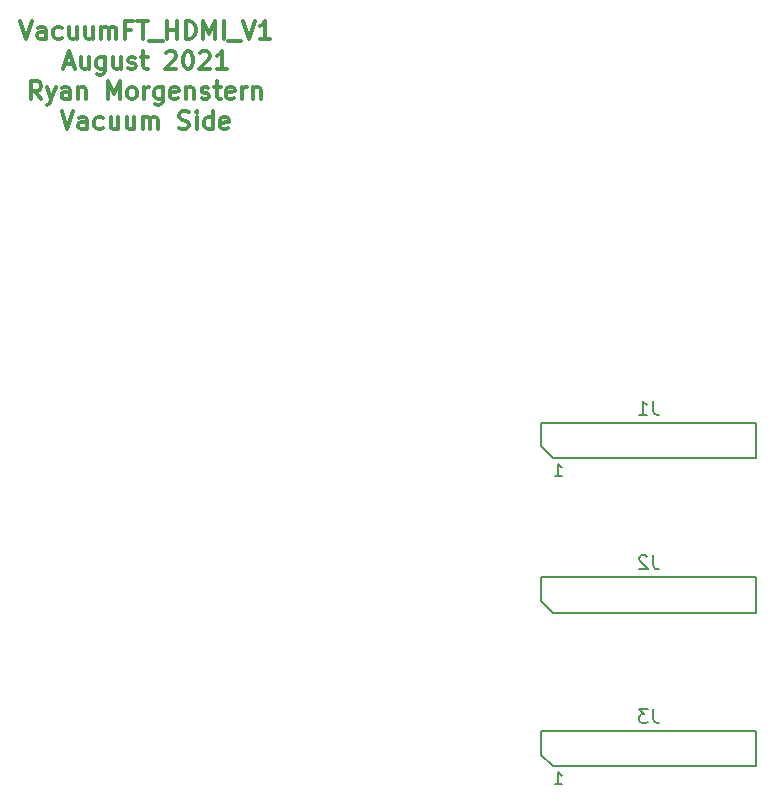
<source format=gbr>
%TF.GenerationSoftware,KiCad,Pcbnew,(5.1.9)-1*%
%TF.CreationDate,2021-08-06T17:39:50-06:00*%
%TF.ProjectId,VacuumFeedThruHDMI,56616375-756d-4466-9565-645468727548,rev?*%
%TF.SameCoordinates,Original*%
%TF.FileFunction,Legend,Bot*%
%TF.FilePolarity,Positive*%
%FSLAX46Y46*%
G04 Gerber Fmt 4.6, Leading zero omitted, Abs format (unit mm)*
G04 Created by KiCad (PCBNEW (5.1.9)-1) date 2021-08-06 17:39:50*
%MOMM*%
%LPD*%
G01*
G04 APERTURE LIST*
%ADD10C,0.300000*%
%ADD11C,0.150000*%
G04 APERTURE END LIST*
D10*
X-53192857Y48046428D02*
X-52692857Y46546428D01*
X-52192857Y48046428D01*
X-51050000Y46546428D02*
X-51050000Y47332142D01*
X-51121428Y47475000D01*
X-51264285Y47546428D01*
X-51550000Y47546428D01*
X-51692857Y47475000D01*
X-51050000Y46617857D02*
X-51192857Y46546428D01*
X-51550000Y46546428D01*
X-51692857Y46617857D01*
X-51764285Y46760714D01*
X-51764285Y46903571D01*
X-51692857Y47046428D01*
X-51550000Y47117857D01*
X-51192857Y47117857D01*
X-51050000Y47189285D01*
X-49692857Y46617857D02*
X-49835714Y46546428D01*
X-50121428Y46546428D01*
X-50264285Y46617857D01*
X-50335714Y46689285D01*
X-50407142Y46832142D01*
X-50407142Y47260714D01*
X-50335714Y47403571D01*
X-50264285Y47475000D01*
X-50121428Y47546428D01*
X-49835714Y47546428D01*
X-49692857Y47475000D01*
X-48407142Y47546428D02*
X-48407142Y46546428D01*
X-49050000Y47546428D02*
X-49050000Y46760714D01*
X-48978571Y46617857D01*
X-48835714Y46546428D01*
X-48621428Y46546428D01*
X-48478571Y46617857D01*
X-48407142Y46689285D01*
X-47050000Y47546428D02*
X-47050000Y46546428D01*
X-47692857Y47546428D02*
X-47692857Y46760714D01*
X-47621428Y46617857D01*
X-47478571Y46546428D01*
X-47264285Y46546428D01*
X-47121428Y46617857D01*
X-47050000Y46689285D01*
X-46335714Y46546428D02*
X-46335714Y47546428D01*
X-46335714Y47403571D02*
X-46264285Y47475000D01*
X-46121428Y47546428D01*
X-45907142Y47546428D01*
X-45764285Y47475000D01*
X-45692857Y47332142D01*
X-45692857Y46546428D01*
X-45692857Y47332142D02*
X-45621428Y47475000D01*
X-45478571Y47546428D01*
X-45264285Y47546428D01*
X-45121428Y47475000D01*
X-45050000Y47332142D01*
X-45050000Y46546428D01*
X-43835714Y47332142D02*
X-44335714Y47332142D01*
X-44335714Y46546428D02*
X-44335714Y48046428D01*
X-43621428Y48046428D01*
X-43264285Y48046428D02*
X-42407142Y48046428D01*
X-42835714Y46546428D02*
X-42835714Y48046428D01*
X-42264285Y46403571D02*
X-41121428Y46403571D01*
X-40764285Y46546428D02*
X-40764285Y48046428D01*
X-40764285Y47332142D02*
X-39907142Y47332142D01*
X-39907142Y46546428D02*
X-39907142Y48046428D01*
X-39192857Y46546428D02*
X-39192857Y48046428D01*
X-38835714Y48046428D01*
X-38621428Y47975000D01*
X-38478571Y47832142D01*
X-38407142Y47689285D01*
X-38335714Y47403571D01*
X-38335714Y47189285D01*
X-38407142Y46903571D01*
X-38478571Y46760714D01*
X-38621428Y46617857D01*
X-38835714Y46546428D01*
X-39192857Y46546428D01*
X-37692857Y46546428D02*
X-37692857Y48046428D01*
X-37192857Y46975000D01*
X-36692857Y48046428D01*
X-36692857Y46546428D01*
X-35978571Y46546428D02*
X-35978571Y48046428D01*
X-35621428Y46403571D02*
X-34478571Y46403571D01*
X-34335714Y48046428D02*
X-33835714Y46546428D01*
X-33335714Y48046428D01*
X-32050000Y46546428D02*
X-32907142Y46546428D01*
X-32478571Y46546428D02*
X-32478571Y48046428D01*
X-32621428Y47832142D01*
X-32764285Y47689285D01*
X-32907142Y47617857D01*
X-49407142Y44425000D02*
X-48692857Y44425000D01*
X-49550000Y43996428D02*
X-49050000Y45496428D01*
X-48550000Y43996428D01*
X-47407142Y44996428D02*
X-47407142Y43996428D01*
X-48050000Y44996428D02*
X-48050000Y44210714D01*
X-47978571Y44067857D01*
X-47835714Y43996428D01*
X-47621428Y43996428D01*
X-47478571Y44067857D01*
X-47407142Y44139285D01*
X-46050000Y44996428D02*
X-46050000Y43782142D01*
X-46121428Y43639285D01*
X-46192857Y43567857D01*
X-46335714Y43496428D01*
X-46550000Y43496428D01*
X-46692857Y43567857D01*
X-46050000Y44067857D02*
X-46192857Y43996428D01*
X-46478571Y43996428D01*
X-46621428Y44067857D01*
X-46692857Y44139285D01*
X-46764285Y44282142D01*
X-46764285Y44710714D01*
X-46692857Y44853571D01*
X-46621428Y44925000D01*
X-46478571Y44996428D01*
X-46192857Y44996428D01*
X-46050000Y44925000D01*
X-44692857Y44996428D02*
X-44692857Y43996428D01*
X-45335714Y44996428D02*
X-45335714Y44210714D01*
X-45264285Y44067857D01*
X-45121428Y43996428D01*
X-44907142Y43996428D01*
X-44764285Y44067857D01*
X-44692857Y44139285D01*
X-44050000Y44067857D02*
X-43907142Y43996428D01*
X-43621428Y43996428D01*
X-43478571Y44067857D01*
X-43407142Y44210714D01*
X-43407142Y44282142D01*
X-43478571Y44425000D01*
X-43621428Y44496428D01*
X-43835714Y44496428D01*
X-43978571Y44567857D01*
X-44050000Y44710714D01*
X-44050000Y44782142D01*
X-43978571Y44925000D01*
X-43835714Y44996428D01*
X-43621428Y44996428D01*
X-43478571Y44925000D01*
X-42978571Y44996428D02*
X-42407142Y44996428D01*
X-42764285Y45496428D02*
X-42764285Y44210714D01*
X-42692857Y44067857D01*
X-42550000Y43996428D01*
X-42407142Y43996428D01*
X-40835714Y45353571D02*
X-40764285Y45425000D01*
X-40621428Y45496428D01*
X-40264285Y45496428D01*
X-40121428Y45425000D01*
X-40050000Y45353571D01*
X-39978571Y45210714D01*
X-39978571Y45067857D01*
X-40050000Y44853571D01*
X-40907142Y43996428D01*
X-39978571Y43996428D01*
X-39050000Y45496428D02*
X-38907142Y45496428D01*
X-38764285Y45425000D01*
X-38692857Y45353571D01*
X-38621428Y45210714D01*
X-38550000Y44925000D01*
X-38550000Y44567857D01*
X-38621428Y44282142D01*
X-38692857Y44139285D01*
X-38764285Y44067857D01*
X-38907142Y43996428D01*
X-39050000Y43996428D01*
X-39192857Y44067857D01*
X-39264285Y44139285D01*
X-39335714Y44282142D01*
X-39407142Y44567857D01*
X-39407142Y44925000D01*
X-39335714Y45210714D01*
X-39264285Y45353571D01*
X-39192857Y45425000D01*
X-39050000Y45496428D01*
X-37978571Y45353571D02*
X-37907142Y45425000D01*
X-37764285Y45496428D01*
X-37407142Y45496428D01*
X-37264285Y45425000D01*
X-37192857Y45353571D01*
X-37121428Y45210714D01*
X-37121428Y45067857D01*
X-37192857Y44853571D01*
X-38050000Y43996428D01*
X-37121428Y43996428D01*
X-35692857Y43996428D02*
X-36550000Y43996428D01*
X-36121428Y43996428D02*
X-36121428Y45496428D01*
X-36264285Y45282142D01*
X-36407142Y45139285D01*
X-36550000Y45067857D01*
X-51407142Y41446428D02*
X-51907142Y42160714D01*
X-52264285Y41446428D02*
X-52264285Y42946428D01*
X-51692857Y42946428D01*
X-51550000Y42875000D01*
X-51478571Y42803571D01*
X-51407142Y42660714D01*
X-51407142Y42446428D01*
X-51478571Y42303571D01*
X-51550000Y42232142D01*
X-51692857Y42160714D01*
X-52264285Y42160714D01*
X-50907142Y42446428D02*
X-50550000Y41446428D01*
X-50192857Y42446428D02*
X-50550000Y41446428D01*
X-50692857Y41089285D01*
X-50764285Y41017857D01*
X-50907142Y40946428D01*
X-48978571Y41446428D02*
X-48978571Y42232142D01*
X-49050000Y42375000D01*
X-49192857Y42446428D01*
X-49478571Y42446428D01*
X-49621428Y42375000D01*
X-48978571Y41517857D02*
X-49121428Y41446428D01*
X-49478571Y41446428D01*
X-49621428Y41517857D01*
X-49692857Y41660714D01*
X-49692857Y41803571D01*
X-49621428Y41946428D01*
X-49478571Y42017857D01*
X-49121428Y42017857D01*
X-48978571Y42089285D01*
X-48264285Y42446428D02*
X-48264285Y41446428D01*
X-48264285Y42303571D02*
X-48192857Y42375000D01*
X-48050000Y42446428D01*
X-47835714Y42446428D01*
X-47692857Y42375000D01*
X-47621428Y42232142D01*
X-47621428Y41446428D01*
X-45764285Y41446428D02*
X-45764285Y42946428D01*
X-45264285Y41875000D01*
X-44764285Y42946428D01*
X-44764285Y41446428D01*
X-43835714Y41446428D02*
X-43978571Y41517857D01*
X-44050000Y41589285D01*
X-44121428Y41732142D01*
X-44121428Y42160714D01*
X-44050000Y42303571D01*
X-43978571Y42375000D01*
X-43835714Y42446428D01*
X-43621428Y42446428D01*
X-43478571Y42375000D01*
X-43407142Y42303571D01*
X-43335714Y42160714D01*
X-43335714Y41732142D01*
X-43407142Y41589285D01*
X-43478571Y41517857D01*
X-43621428Y41446428D01*
X-43835714Y41446428D01*
X-42692857Y41446428D02*
X-42692857Y42446428D01*
X-42692857Y42160714D02*
X-42621428Y42303571D01*
X-42550000Y42375000D01*
X-42407142Y42446428D01*
X-42264285Y42446428D01*
X-41121428Y42446428D02*
X-41121428Y41232142D01*
X-41192857Y41089285D01*
X-41264285Y41017857D01*
X-41407142Y40946428D01*
X-41621428Y40946428D01*
X-41764285Y41017857D01*
X-41121428Y41517857D02*
X-41264285Y41446428D01*
X-41550000Y41446428D01*
X-41692857Y41517857D01*
X-41764285Y41589285D01*
X-41835714Y41732142D01*
X-41835714Y42160714D01*
X-41764285Y42303571D01*
X-41692857Y42375000D01*
X-41550000Y42446428D01*
X-41264285Y42446428D01*
X-41121428Y42375000D01*
X-39835714Y41517857D02*
X-39978571Y41446428D01*
X-40264285Y41446428D01*
X-40407142Y41517857D01*
X-40478571Y41660714D01*
X-40478571Y42232142D01*
X-40407142Y42375000D01*
X-40264285Y42446428D01*
X-39978571Y42446428D01*
X-39835714Y42375000D01*
X-39764285Y42232142D01*
X-39764285Y42089285D01*
X-40478571Y41946428D01*
X-39121428Y42446428D02*
X-39121428Y41446428D01*
X-39121428Y42303571D02*
X-39050000Y42375000D01*
X-38907142Y42446428D01*
X-38692857Y42446428D01*
X-38550000Y42375000D01*
X-38478571Y42232142D01*
X-38478571Y41446428D01*
X-37835714Y41517857D02*
X-37692857Y41446428D01*
X-37407142Y41446428D01*
X-37264285Y41517857D01*
X-37192857Y41660714D01*
X-37192857Y41732142D01*
X-37264285Y41875000D01*
X-37407142Y41946428D01*
X-37621428Y41946428D01*
X-37764285Y42017857D01*
X-37835714Y42160714D01*
X-37835714Y42232142D01*
X-37764285Y42375000D01*
X-37621428Y42446428D01*
X-37407142Y42446428D01*
X-37264285Y42375000D01*
X-36764285Y42446428D02*
X-36192857Y42446428D01*
X-36550000Y42946428D02*
X-36550000Y41660714D01*
X-36478571Y41517857D01*
X-36335714Y41446428D01*
X-36192857Y41446428D01*
X-35121428Y41517857D02*
X-35264285Y41446428D01*
X-35550000Y41446428D01*
X-35692857Y41517857D01*
X-35764285Y41660714D01*
X-35764285Y42232142D01*
X-35692857Y42375000D01*
X-35550000Y42446428D01*
X-35264285Y42446428D01*
X-35121428Y42375000D01*
X-35050000Y42232142D01*
X-35050000Y42089285D01*
X-35764285Y41946428D01*
X-34407142Y41446428D02*
X-34407142Y42446428D01*
X-34407142Y42160714D02*
X-34335714Y42303571D01*
X-34264285Y42375000D01*
X-34121428Y42446428D01*
X-33978571Y42446428D01*
X-33478571Y42446428D02*
X-33478571Y41446428D01*
X-33478571Y42303571D02*
X-33407142Y42375000D01*
X-33264285Y42446428D01*
X-33050000Y42446428D01*
X-32907142Y42375000D01*
X-32835714Y42232142D01*
X-32835714Y41446428D01*
X-49692857Y40396428D02*
X-49192857Y38896428D01*
X-48692857Y40396428D01*
X-47550000Y38896428D02*
X-47550000Y39682142D01*
X-47621428Y39825000D01*
X-47764285Y39896428D01*
X-48050000Y39896428D01*
X-48192857Y39825000D01*
X-47550000Y38967857D02*
X-47692857Y38896428D01*
X-48050000Y38896428D01*
X-48192857Y38967857D01*
X-48264285Y39110714D01*
X-48264285Y39253571D01*
X-48192857Y39396428D01*
X-48050000Y39467857D01*
X-47692857Y39467857D01*
X-47550000Y39539285D01*
X-46192857Y38967857D02*
X-46335714Y38896428D01*
X-46621428Y38896428D01*
X-46764285Y38967857D01*
X-46835714Y39039285D01*
X-46907142Y39182142D01*
X-46907142Y39610714D01*
X-46835714Y39753571D01*
X-46764285Y39825000D01*
X-46621428Y39896428D01*
X-46335714Y39896428D01*
X-46192857Y39825000D01*
X-44907142Y39896428D02*
X-44907142Y38896428D01*
X-45550000Y39896428D02*
X-45550000Y39110714D01*
X-45478571Y38967857D01*
X-45335714Y38896428D01*
X-45121428Y38896428D01*
X-44978571Y38967857D01*
X-44907142Y39039285D01*
X-43550000Y39896428D02*
X-43550000Y38896428D01*
X-44192857Y39896428D02*
X-44192857Y39110714D01*
X-44121428Y38967857D01*
X-43978571Y38896428D01*
X-43764285Y38896428D01*
X-43621428Y38967857D01*
X-43550000Y39039285D01*
X-42835714Y38896428D02*
X-42835714Y39896428D01*
X-42835714Y39753571D02*
X-42764285Y39825000D01*
X-42621428Y39896428D01*
X-42407142Y39896428D01*
X-42264285Y39825000D01*
X-42192857Y39682142D01*
X-42192857Y38896428D01*
X-42192857Y39682142D02*
X-42121428Y39825000D01*
X-41978571Y39896428D01*
X-41764285Y39896428D01*
X-41621428Y39825000D01*
X-41550000Y39682142D01*
X-41550000Y38896428D01*
X-39764285Y38967857D02*
X-39550000Y38896428D01*
X-39192857Y38896428D01*
X-39050000Y38967857D01*
X-38978571Y39039285D01*
X-38907142Y39182142D01*
X-38907142Y39325000D01*
X-38978571Y39467857D01*
X-39050000Y39539285D01*
X-39192857Y39610714D01*
X-39478571Y39682142D01*
X-39621428Y39753571D01*
X-39692857Y39825000D01*
X-39764285Y39967857D01*
X-39764285Y40110714D01*
X-39692857Y40253571D01*
X-39621428Y40325000D01*
X-39478571Y40396428D01*
X-39121428Y40396428D01*
X-38907142Y40325000D01*
X-38264285Y38896428D02*
X-38264285Y39896428D01*
X-38264285Y40396428D02*
X-38335714Y40325000D01*
X-38264285Y40253571D01*
X-38192857Y40325000D01*
X-38264285Y40396428D01*
X-38264285Y40253571D01*
X-36907142Y38896428D02*
X-36907142Y40396428D01*
X-36907142Y38967857D02*
X-37050000Y38896428D01*
X-37335714Y38896428D01*
X-37478571Y38967857D01*
X-37550000Y39039285D01*
X-37621428Y39182142D01*
X-37621428Y39610714D01*
X-37550000Y39753571D01*
X-37478571Y39825000D01*
X-37335714Y39896428D01*
X-37050000Y39896428D01*
X-36907142Y39825000D01*
X-35621428Y38967857D02*
X-35764285Y38896428D01*
X-36050000Y38896428D01*
X-36192857Y38967857D01*
X-36264285Y39110714D01*
X-36264285Y39682142D01*
X-36192857Y39825000D01*
X-36050000Y39896428D01*
X-35764285Y39896428D01*
X-35621428Y39825000D01*
X-35550000Y39682142D01*
X-35550000Y39539285D01*
X-36264285Y39396428D01*
D11*
%TO.C,J3*%
X-8080000Y-15060000D02*
X-9080000Y-14060000D01*
X-9080000Y-14060000D02*
X-9080000Y-12040000D01*
X-9080000Y-12040000D02*
X9080000Y-12040000D01*
X9080000Y-12040000D02*
X9080000Y-15060000D01*
X9080000Y-15060000D02*
X-8080000Y-15060000D01*
%TO.C,J2*%
X-8080000Y-2060000D02*
X-9080000Y-1060000D01*
X-9080000Y-1060000D02*
X-9080000Y960000D01*
X-9080000Y960000D02*
X9080000Y960000D01*
X9080000Y960000D02*
X9080000Y-2060000D01*
X9080000Y-2060000D02*
X-8080000Y-2060000D01*
%TO.C,J1*%
X-8080000Y11040000D02*
X-9080000Y12040000D01*
X-9080000Y12040000D02*
X-9080000Y14060000D01*
X-9080000Y14060000D02*
X9080000Y14060000D01*
X9080000Y14060000D02*
X9080000Y11040000D01*
X9080000Y11040000D02*
X-8080000Y11040000D01*
%TO.C,J3*%
X400000Y-10182857D02*
X400000Y-11040000D01*
X457142Y-11211428D01*
X571428Y-11325714D01*
X742857Y-11382857D01*
X857142Y-11382857D01*
X-57142Y-10182857D02*
X-799999Y-10182857D01*
X-399999Y-10640000D01*
X-571428Y-10640000D01*
X-685714Y-10697142D01*
X-742857Y-10754285D01*
X-799999Y-10868571D01*
X-799999Y-11154285D01*
X-742857Y-11268571D01*
X-685714Y-11325714D01*
X-571428Y-11382857D01*
X-228571Y-11382857D01*
X-114285Y-11325714D01*
X-57142Y-11268571D01*
X-7905714Y-16542380D02*
X-7334285Y-16542380D01*
X-7619999Y-16542380D02*
X-7619999Y-15542380D01*
X-7524761Y-15685238D01*
X-7429523Y-15780476D01*
X-7334285Y-15828095D01*
%TO.C,J2*%
X400000Y2817142D02*
X400000Y1960000D01*
X457142Y1788571D01*
X571428Y1674285D01*
X742857Y1617142D01*
X857142Y1617142D01*
X-114285Y2702857D02*
X-171428Y2760000D01*
X-285714Y2817142D01*
X-571428Y2817142D01*
X-685714Y2760000D01*
X-742857Y2702857D01*
X-799999Y2588571D01*
X-799999Y2474285D01*
X-742857Y2302857D01*
X-57142Y1617142D01*
X-799999Y1617142D01*
%TO.C,J1*%
X400000Y15917142D02*
X400000Y15060000D01*
X457142Y14888571D01*
X571428Y14774285D01*
X742857Y14717142D01*
X857142Y14717142D01*
X-799999Y14717142D02*
X-114285Y14717142D01*
X-457142Y14717142D02*
X-457142Y15917142D01*
X-342857Y15745714D01*
X-228571Y15631428D01*
X-114285Y15574285D01*
X-7905714Y9557619D02*
X-7334285Y9557619D01*
X-7619999Y9557619D02*
X-7619999Y10557619D01*
X-7524761Y10414761D01*
X-7429523Y10319523D01*
X-7334285Y10271904D01*
%TD*%
M02*

</source>
